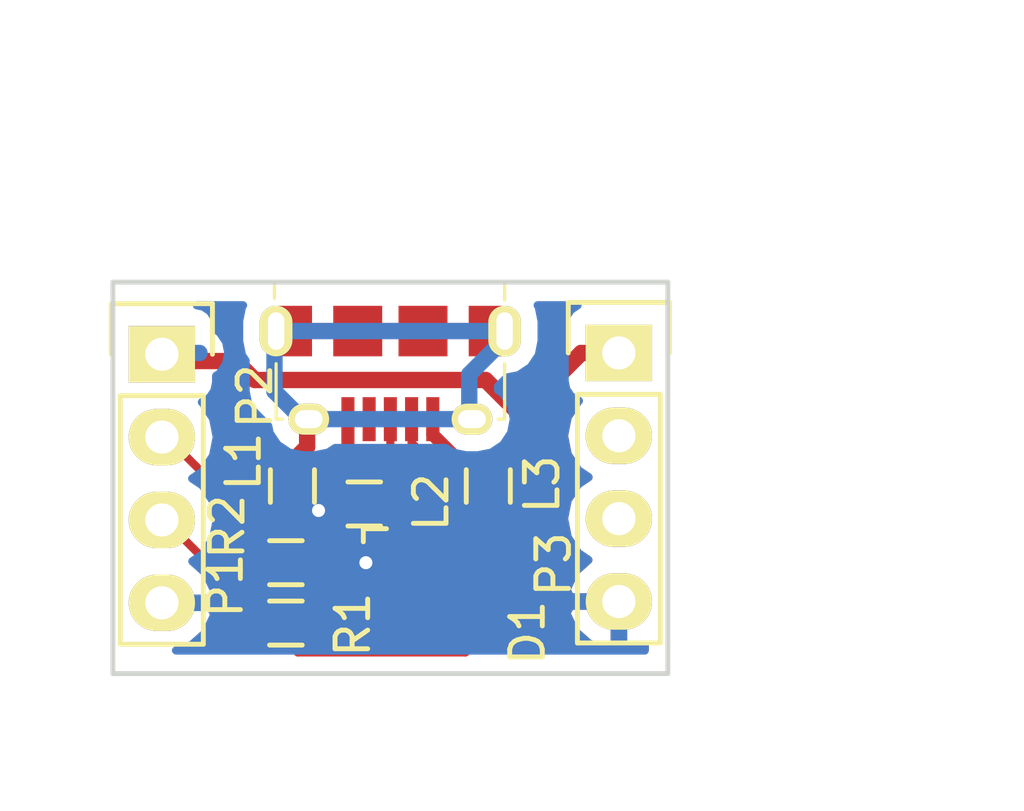
<source format=kicad_pcb>
(kicad_pcb (version 4) (host pcbnew "(2016-01-25 BZR 6514, Git a23e712)-product")

  (general
    (links 23)
    (no_connects 0)
    (area 117.891667 61.075 151.300001 88.200001)
    (thickness 1.6)
    (drawings 11)
    (tracks 76)
    (zones 0)
    (modules 9)
    (nets 10)
  )

  (page A4)
  (layers
    (0 F.Cu signal)
    (31 B.Cu signal)
    (32 B.Adhes user)
    (33 F.Adhes user)
    (34 B.Paste user)
    (35 F.Paste user)
    (36 B.SilkS user)
    (37 F.SilkS user)
    (38 B.Mask user)
    (39 F.Mask user)
    (40 Dwgs.User user)
    (41 Cmts.User user)
    (42 Eco1.User user)
    (43 Eco2.User user)
    (44 Edge.Cuts user)
    (45 Margin user)
    (46 B.CrtYd user)
    (47 F.CrtYd user)
    (48 B.Fab user)
    (49 F.Fab user)
  )

  (setup
    (last_trace_width 0.25)
    (trace_clearance 0.2)
    (zone_clearance 0.508)
    (zone_45_only no)
    (trace_min 0.2)
    (segment_width 0.2)
    (edge_width 0.15)
    (via_size 0.6)
    (via_drill 0.4)
    (via_min_size 0.4)
    (via_min_drill 0.3)
    (uvia_size 0.3)
    (uvia_drill 0.1)
    (uvias_allowed no)
    (uvia_min_size 0.2)
    (uvia_min_drill 0.1)
    (pcb_text_width 0.3)
    (pcb_text_size 1.5 1.5)
    (mod_edge_width 0.15)
    (mod_text_size 1 1)
    (mod_text_width 0.15)
    (pad_size 1.524 1.524)
    (pad_drill 0.762)
    (pad_to_mask_clearance 0.2)
    (aux_axis_origin 130 76)
    (visible_elements FFFFFF7F)
    (pcbplotparams
      (layerselection 0x01030_ffffffff)
      (usegerberextensions false)
      (excludeedgelayer true)
      (linewidth 0.100000)
      (plotframeref false)
      (viasonmask false)
      (mode 1)
      (useauxorigin true)
      (hpglpennumber 1)
      (hpglpenspeed 20)
      (hpglpendiameter 15)
      (hpglpenoverlay 2)
      (psnegative false)
      (psa4output false)
      (plotreference true)
      (plotvalue true)
      (plotinvisibletext false)
      (padsonsilk false)
      (subtractmaskfromsilk false)
      (outputformat 1)
      (mirror false)
      (drillshape 0)
      (scaleselection 1)
      (outputdirectory USB-Board-gerbers))
  )

  (net 0 "")
  (net 1 GND)
  (net 2 "Net-(D1-Pad2)")
  (net 3 "Net-(D1-Pad3)")
  (net 4 VCC)
  (net 5 "Net-(L1-Pad2)")
  (net 6 "Net-(L3-Pad1)")
  (net 7 "Net-(L2-Pad2)")
  (net 8 D-)
  (net 9 D+)

  (net_class Default "This is the default net class."
    (clearance 0.2)
    (trace_width 0.25)
    (via_dia 0.6)
    (via_drill 0.4)
    (uvia_dia 0.3)
    (uvia_drill 0.1)
    (add_net D+)
    (add_net D-)
    (add_net "Net-(D1-Pad2)")
    (add_net "Net-(D1-Pad3)")
    (add_net "Net-(L2-Pad2)")
  )

  (net_class POWER ""
    (clearance 0.2)
    (trace_width 0.5)
    (via_dia 0.6)
    (via_drill 0.4)
    (uvia_dia 0.3)
    (uvia_drill 0.1)
    (add_net GND)
    (add_net "Net-(L1-Pad2)")
    (add_net "Net-(L3-Pad1)")
    (add_net VCC)
  )

  (module Footprints:10118194-001LF (layer F.Cu) (tedit 57593632) (tstamp 57596436)
    (at 130 71.5 180)
    (path /575937C1)
    (fp_text reference P2 (at 4.15 -2 270) (layer F.SilkS)
      (effects (font (size 1 1) (thickness 0.15)))
    )
    (fp_text value USB_OTG (at -16 9.3 180) (layer F.Fab)
      (effects (font (size 1 1) (thickness 0.15)))
    )
    (fp_line (start 3.5 -2.7) (end 3.3 -2.7) (layer F.SilkS) (width 0.1))
    (fp_line (start 3.5 -1) (end 3.5 -2.7) (layer F.SilkS) (width 0.1))
    (fp_line (start 3.55 1.4) (end 3.55 1) (layer F.SilkS) (width 0.1))
    (fp_line (start -3.5 -2.7) (end -3.3 -2.7) (layer F.SilkS) (width 0.1))
    (fp_line (start -3.5 -1) (end -3.5 -2.7) (layer F.SilkS) (width 0.1))
    (fp_line (start -3.5 0.95) (end -3.5 1.4) (layer F.SilkS) (width 0.1))
    (fp_line (start -3.75 2.15) (end -4.15 2.7) (layer F.Fab) (width 0.1))
    (fp_line (start -6.95 1.45) (end 6.7 1.45) (layer F.Fab) (width 0.1))
    (fp_line (start -3.75 2.15) (end -3.75 -3) (layer F.Fab) (width 0.1))
    (fp_line (start 3.75 2.15) (end -3.75 2.15) (layer F.Fab) (width 0.1))
    (fp_line (start 3.75 -3) (end 3.75 2.15) (layer F.Fab) (width 0.1))
    (fp_line (start -3.75 -3) (end 3.75 -3) (layer F.Fab) (width 0.1))
    (fp_line (start 4.15 2.7) (end -4.15 2.7) (layer F.Fab) (width 0.1))
    (fp_line (start 3.75 2.15) (end 4.15 2.7) (layer F.Fab) (width 0.1))
    (pad 1 smd rect (at -1.3 -2.7 180) (size 0.4 1.35) (layers F.Cu F.Paste F.Mask)
      (net 6 "Net-(L3-Pad1)"))
    (pad 2 smd rect (at -0.65 -2.7 180) (size 0.4 1.35) (layers F.Cu F.Paste F.Mask)
      (net 3 "Net-(D1-Pad3)"))
    (pad 3 smd rect (at 0 -2.7 180) (size 0.4 1.35) (layers F.Cu F.Paste F.Mask)
      (net 2 "Net-(D1-Pad2)"))
    (pad 4 smd rect (at 0.65 -2.7 180) (size 0.4 1.35) (layers F.Cu F.Paste F.Mask))
    (pad 5 smd rect (at 1.3 -2.7 180) (size 0.4 1.35) (layers F.Cu F.Paste F.Mask)
      (net 7 "Net-(L2-Pad2)"))
    (pad 6 thru_hole oval (at 3.5 0 180) (size 1 1.55) (drill oval 0.5 1.15) (layers *.Cu *.Mask F.SilkS)
      (net 5 "Net-(L1-Pad2)"))
    (pad 6 thru_hole oval (at -3.5 0 180) (size 1 1.55) (drill oval 0.5 1.15) (layers *.Cu *.Mask F.SilkS)
      (net 5 "Net-(L1-Pad2)"))
    (pad 6 thru_hole oval (at -2.5 -2.7 180) (size 1.25 0.95) (drill oval 0.85 0.55) (layers *.Cu *.Mask F.SilkS)
      (net 5 "Net-(L1-Pad2)"))
    (pad 6 thru_hole oval (at 2.5 -2.7 180) (size 1.25 0.95) (drill oval 0.85 0.55) (layers *.Cu *.Mask F.SilkS)
      (net 5 "Net-(L1-Pad2)"))
    (pad 6 smd rect (at -2.95 0 270) (size 1.55 1.1) (layers F.Cu F.Paste F.Mask)
      (net 5 "Net-(L1-Pad2)"))
    (pad 6 smd rect (at 2.95 0 270) (size 1.55 1.1) (layers F.Cu F.Paste F.Mask)
      (net 5 "Net-(L1-Pad2)"))
    (pad 6 smd rect (at -1 0 270) (size 1.55 1.5) (layers F.Cu F.Paste F.Mask)
      (net 5 "Net-(L1-Pad2)"))
    (pad 6 smd rect (at 1 0 270) (size 1.55 1.5) (layers F.Cu F.Paste F.Mask)
      (net 5 "Net-(L1-Pad2)"))
  )

  (module Footprints:SOT-143 (layer F.Cu) (tedit 54E9244B) (tstamp 575963FD)
    (at 131.45 79.4 270)
    (descr SOT-143)
    (tags SOT-143)
    (path /57593CC3)
    (attr smd)
    (fp_text reference D1 (at 1.35 -2.75 270) (layer F.SilkS)
      (effects (font (size 1 1) (thickness 0.15)))
    )
    (fp_text value CM1293A-02SR (at -0.03048 12 270) (layer F.Fab)
      (effects (font (size 1 1) (thickness 0.15)))
    )
    (fp_line (start -1.5 0.7) (end -1.5 -0.7) (layer F.CrtYd) (width 0.1))
    (fp_line (start 1.5 0.7) (end -1.5 0.7) (layer F.CrtYd) (width 0.1))
    (fp_line (start 1.5 -0.7) (end 1.5 0.7) (layer F.CrtYd) (width 0.1))
    (fp_line (start -1.5 -0.7) (end 1.5 -0.7) (layer F.CrtYd) (width 0.1))
    (fp_line (start -1.8415 1.56972) (end -1.8415 2.27838) (layer F.SilkS) (width 0.15))
    (fp_line (start -1.8415 2.27838) (end -1.44018 2.27838) (layer F.SilkS) (width 0.15))
    (pad 1 smd rect (at -0.76962 1.09982 270) (size 1.19888 1.39954) (layers F.Cu F.Paste F.Mask)
      (net 1 GND))
    (pad 2 smd rect (at 0.94996 1.09982 270) (size 1.00076 1.39954) (layers F.Cu F.Paste F.Mask)
      (net 2 "Net-(D1-Pad2)"))
    (pad 3 smd rect (at 0.94996 -1.09982 270) (size 1.00076 1.39954) (layers F.Cu F.Paste F.Mask)
      (net 3 "Net-(D1-Pad3)"))
    (pad 4 smd rect (at -0.94996 -1.09982 270) (size 1.00076 1.39954) (layers F.Cu F.Paste F.Mask)
      (net 4 VCC))
    (model TO_SOT_Packages_SMD.3dshapes/SOT-143.wrl
      (at (xyz 0 0 0))
      (scale (xyz 1 1 1))
      (rotate (xyz 0 0 0))
    )
  )

  (module Resistors_SMD:R_0603 (layer F.Cu) (tedit 5415CC62) (tstamp 57596403)
    (at 127 76.25 90)
    (descr "Resistor SMD 0603, reflow soldering, Vishay (see dcrcw.pdf)")
    (tags "resistor 0603")
    (path /57593C63)
    (attr smd)
    (fp_text reference L1 (at 0.75 -1.5 90) (layer F.SilkS)
      (effects (font (size 1 1) (thickness 0.15)))
    )
    (fp_text value FB (at 0 1.9 90) (layer F.Fab)
      (effects (font (size 1 1) (thickness 0.15)))
    )
    (fp_line (start -1.3 -0.8) (end 1.3 -0.8) (layer F.CrtYd) (width 0.05))
    (fp_line (start -1.3 0.8) (end 1.3 0.8) (layer F.CrtYd) (width 0.05))
    (fp_line (start -1.3 -0.8) (end -1.3 0.8) (layer F.CrtYd) (width 0.05))
    (fp_line (start 1.3 -0.8) (end 1.3 0.8) (layer F.CrtYd) (width 0.05))
    (fp_line (start 0.5 0.675) (end -0.5 0.675) (layer F.SilkS) (width 0.15))
    (fp_line (start -0.5 -0.675) (end 0.5 -0.675) (layer F.SilkS) (width 0.15))
    (pad 1 smd rect (at -0.75 0 90) (size 0.5 0.9) (layers F.Cu F.Paste F.Mask)
      (net 1 GND))
    (pad 2 smd rect (at 0.75 0 90) (size 0.5 0.9) (layers F.Cu F.Paste F.Mask)
      (net 5 "Net-(L1-Pad2)"))
    (model Resistors_SMD.3dshapes/R_0603.wrl
      (at (xyz 0 0 0))
      (scale (xyz 1 1 1))
      (rotate (xyz 0 0 0))
    )
  )

  (module Resistors_SMD:R_0603 (layer F.Cu) (tedit 5415CC62) (tstamp 5759640F)
    (at 133 76.25 270)
    (descr "Resistor SMD 0603, reflow soldering, Vishay (see dcrcw.pdf)")
    (tags "resistor 0603")
    (path /5759FFD9)
    (attr smd)
    (fp_text reference L3 (at -0.05 -1.65 270) (layer F.SilkS)
      (effects (font (size 1 1) (thickness 0.15)))
    )
    (fp_text value FB (at 0 1.9 270) (layer F.Fab)
      (effects (font (size 1 1) (thickness 0.15)))
    )
    (fp_line (start -1.3 -0.8) (end 1.3 -0.8) (layer F.CrtYd) (width 0.05))
    (fp_line (start -1.3 0.8) (end 1.3 0.8) (layer F.CrtYd) (width 0.05))
    (fp_line (start -1.3 -0.8) (end -1.3 0.8) (layer F.CrtYd) (width 0.05))
    (fp_line (start 1.3 -0.8) (end 1.3 0.8) (layer F.CrtYd) (width 0.05))
    (fp_line (start 0.5 0.675) (end -0.5 0.675) (layer F.SilkS) (width 0.15))
    (fp_line (start -0.5 -0.675) (end 0.5 -0.675) (layer F.SilkS) (width 0.15))
    (pad 1 smd rect (at -0.75 0 270) (size 0.5 0.9) (layers F.Cu F.Paste F.Mask)
      (net 6 "Net-(L3-Pad1)"))
    (pad 2 smd rect (at 0.75 0 270) (size 0.5 0.9) (layers F.Cu F.Paste F.Mask)
      (net 4 VCC))
    (model Resistors_SMD.3dshapes/R_0603.wrl
      (at (xyz 0 0 0))
      (scale (xyz 1 1 1))
      (rotate (xyz 0 0 0))
    )
  )

  (module Pin_Headers:Pin_Header_Straight_1x04 (layer F.Cu) (tedit 0) (tstamp 57596417)
    (at 123 72.21)
    (descr "Through hole pin header")
    (tags "pin header")
    (path /575A0F27)
    (fp_text reference P1 (at 1.95 7.09 90) (layer F.SilkS)
      (effects (font (size 1 1) (thickness 0.15)))
    )
    (fp_text value CONN_01X04 (at 0 -3.1) (layer F.Fab)
      (effects (font (size 1 1) (thickness 0.15)))
    )
    (fp_line (start -1.75 -1.75) (end -1.75 9.4) (layer F.CrtYd) (width 0.05))
    (fp_line (start 1.75 -1.75) (end 1.75 9.4) (layer F.CrtYd) (width 0.05))
    (fp_line (start -1.75 -1.75) (end 1.75 -1.75) (layer F.CrtYd) (width 0.05))
    (fp_line (start -1.75 9.4) (end 1.75 9.4) (layer F.CrtYd) (width 0.05))
    (fp_line (start -1.27 1.27) (end -1.27 8.89) (layer F.SilkS) (width 0.15))
    (fp_line (start 1.27 1.27) (end 1.27 8.89) (layer F.SilkS) (width 0.15))
    (fp_line (start 1.55 -1.55) (end 1.55 0) (layer F.SilkS) (width 0.15))
    (fp_line (start -1.27 8.89) (end 1.27 8.89) (layer F.SilkS) (width 0.15))
    (fp_line (start 1.27 1.27) (end -1.27 1.27) (layer F.SilkS) (width 0.15))
    (fp_line (start -1.55 0) (end -1.55 -1.55) (layer F.SilkS) (width 0.15))
    (fp_line (start -1.55 -1.55) (end 1.55 -1.55) (layer F.SilkS) (width 0.15))
    (pad 1 thru_hole rect (at 0 0) (size 2.032 1.7272) (drill 1.016) (layers *.Cu *.Mask F.SilkS)
      (net 4 VCC))
    (pad 2 thru_hole oval (at 0 2.54) (size 2.032 1.7272) (drill 1.016) (layers *.Cu *.Mask F.SilkS)
      (net 8 D-))
    (pad 3 thru_hole oval (at 0 5.08) (size 2.032 1.7272) (drill 1.016) (layers *.Cu *.Mask F.SilkS)
      (net 9 D+))
    (pad 4 thru_hole oval (at 0 7.62) (size 2.032 1.7272) (drill 1.016) (layers *.Cu *.Mask F.SilkS)
      (net 1 GND))
    (model Pin_Headers.3dshapes/Pin_Header_Straight_1x04.wrl
      (at (xyz 0 -0.15 0))
      (scale (xyz 1 1 1))
      (rotate (xyz 0 0 90))
    )
  )

  (module Pin_Headers:Pin_Header_Straight_1x04 (layer F.Cu) (tedit 0) (tstamp 5759643E)
    (at 137 72.17)
    (descr "Through hole pin header")
    (tags "pin header")
    (path /57593969)
    (fp_text reference P3 (at -2 6.48 90) (layer F.SilkS)
      (effects (font (size 1 1) (thickness 0.15)))
    )
    (fp_text value CONN_01X04 (at 0 -3.1) (layer F.Fab)
      (effects (font (size 1 1) (thickness 0.15)))
    )
    (fp_line (start -1.75 -1.75) (end -1.75 9.4) (layer F.CrtYd) (width 0.05))
    (fp_line (start 1.75 -1.75) (end 1.75 9.4) (layer F.CrtYd) (width 0.05))
    (fp_line (start -1.75 -1.75) (end 1.75 -1.75) (layer F.CrtYd) (width 0.05))
    (fp_line (start -1.75 9.4) (end 1.75 9.4) (layer F.CrtYd) (width 0.05))
    (fp_line (start -1.27 1.27) (end -1.27 8.89) (layer F.SilkS) (width 0.15))
    (fp_line (start 1.27 1.27) (end 1.27 8.89) (layer F.SilkS) (width 0.15))
    (fp_line (start 1.55 -1.55) (end 1.55 0) (layer F.SilkS) (width 0.15))
    (fp_line (start -1.27 8.89) (end 1.27 8.89) (layer F.SilkS) (width 0.15))
    (fp_line (start 1.27 1.27) (end -1.27 1.27) (layer F.SilkS) (width 0.15))
    (fp_line (start -1.55 0) (end -1.55 -1.55) (layer F.SilkS) (width 0.15))
    (fp_line (start -1.55 -1.55) (end 1.55 -1.55) (layer F.SilkS) (width 0.15))
    (pad 1 thru_hole rect (at 0 0) (size 2.032 1.7272) (drill 1.016) (layers *.Cu *.Mask F.SilkS)
      (net 4 VCC))
    (pad 2 thru_hole oval (at 0 2.54) (size 2.032 1.7272) (drill 1.016) (layers *.Cu *.Mask F.SilkS))
    (pad 3 thru_hole oval (at 0 5.08) (size 2.032 1.7272) (drill 1.016) (layers *.Cu *.Mask F.SilkS))
    (pad 4 thru_hole oval (at 0 7.62) (size 2.032 1.7272) (drill 1.016) (layers *.Cu *.Mask F.SilkS)
      (net 1 GND))
    (model Pin_Headers.3dshapes/Pin_Header_Straight_1x04.wrl
      (at (xyz 0 -0.15 0))
      (scale (xyz 1 1 1))
      (rotate (xyz 0 0 90))
    )
  )

  (module Resistors_SMD:R_0603 (layer F.Cu) (tedit 5415CC62) (tstamp 57596444)
    (at 126.8 80.45 180)
    (descr "Resistor SMD 0603, reflow soldering, Vishay (see dcrcw.pdf)")
    (tags "resistor 0603")
    (path /575A1402)
    (attr smd)
    (fp_text reference R1 (at -2.05 -0.05 270) (layer F.SilkS)
      (effects (font (size 1 1) (thickness 0.15)))
    )
    (fp_text value 15 (at 0 1.9 180) (layer F.Fab)
      (effects (font (size 1 1) (thickness 0.15)))
    )
    (fp_line (start -1.3 -0.8) (end 1.3 -0.8) (layer F.CrtYd) (width 0.05))
    (fp_line (start -1.3 0.8) (end 1.3 0.8) (layer F.CrtYd) (width 0.05))
    (fp_line (start -1.3 -0.8) (end -1.3 0.8) (layer F.CrtYd) (width 0.05))
    (fp_line (start 1.3 -0.8) (end 1.3 0.8) (layer F.CrtYd) (width 0.05))
    (fp_line (start 0.5 0.675) (end -0.5 0.675) (layer F.SilkS) (width 0.15))
    (fp_line (start -0.5 -0.675) (end 0.5 -0.675) (layer F.SilkS) (width 0.15))
    (pad 1 smd rect (at -0.75 0 180) (size 0.5 0.9) (layers F.Cu F.Paste F.Mask)
      (net 2 "Net-(D1-Pad2)"))
    (pad 2 smd rect (at 0.75 0 180) (size 0.5 0.9) (layers F.Cu F.Paste F.Mask)
      (net 9 D+))
    (model Resistors_SMD.3dshapes/R_0603.wrl
      (at (xyz 0 0 0))
      (scale (xyz 1 1 1))
      (rotate (xyz 0 0 0))
    )
  )

  (module Resistors_SMD:R_0603 (layer F.Cu) (tedit 5415CC62) (tstamp 5759644A)
    (at 126.8 78.6 180)
    (descr "Resistor SMD 0603, reflow soldering, Vishay (see dcrcw.pdf)")
    (tags "resistor 0603")
    (path /57593A7B)
    (attr smd)
    (fp_text reference R2 (at 1.8 1.1 270) (layer F.SilkS)
      (effects (font (size 1 1) (thickness 0.15)))
    )
    (fp_text value 15 (at 0 1.9 180) (layer F.Fab)
      (effects (font (size 1 1) (thickness 0.15)))
    )
    (fp_line (start -1.3 -0.8) (end 1.3 -0.8) (layer F.CrtYd) (width 0.05))
    (fp_line (start -1.3 0.8) (end 1.3 0.8) (layer F.CrtYd) (width 0.05))
    (fp_line (start -1.3 -0.8) (end -1.3 0.8) (layer F.CrtYd) (width 0.05))
    (fp_line (start 1.3 -0.8) (end 1.3 0.8) (layer F.CrtYd) (width 0.05))
    (fp_line (start 0.5 0.675) (end -0.5 0.675) (layer F.SilkS) (width 0.15))
    (fp_line (start -0.5 -0.675) (end 0.5 -0.675) (layer F.SilkS) (width 0.15))
    (pad 1 smd rect (at -0.75 0 180) (size 0.5 0.9) (layers F.Cu F.Paste F.Mask)
      (net 3 "Net-(D1-Pad3)"))
    (pad 2 smd rect (at 0.75 0 180) (size 0.5 0.9) (layers F.Cu F.Paste F.Mask)
      (net 8 D-))
    (model Resistors_SMD.3dshapes/R_0603.wrl
      (at (xyz 0 0 0))
      (scale (xyz 1 1 1))
      (rotate (xyz 0 0 0))
    )
  )

  (module Resistors_SMD:R_0603 (layer F.Cu) (tedit 5415CC62) (tstamp 57596685)
    (at 129.2 76.8)
    (descr "Resistor SMD 0603, reflow soldering, Vishay (see dcrcw.pdf)")
    (tags "resistor 0603")
    (path /5759FD0A)
    (attr smd)
    (fp_text reference L2 (at 2.05 -0.05 90) (layer F.SilkS)
      (effects (font (size 1 1) (thickness 0.15)))
    )
    (fp_text value FB (at -10 4) (layer F.Fab)
      (effects (font (size 1 1) (thickness 0.15)))
    )
    (fp_line (start -1.3 -0.8) (end 1.3 -0.8) (layer F.CrtYd) (width 0.05))
    (fp_line (start -1.3 0.8) (end 1.3 0.8) (layer F.CrtYd) (width 0.05))
    (fp_line (start -1.3 -0.8) (end -1.3 0.8) (layer F.CrtYd) (width 0.05))
    (fp_line (start 1.3 -0.8) (end 1.3 0.8) (layer F.CrtYd) (width 0.05))
    (fp_line (start 0.5 0.675) (end -0.5 0.675) (layer F.SilkS) (width 0.15))
    (fp_line (start -0.5 -0.675) (end 0.5 -0.675) (layer F.SilkS) (width 0.15))
    (pad 1 smd rect (at -0.75 0) (size 0.5 0.9) (layers F.Cu F.Paste F.Mask)
      (net 1 GND))
    (pad 2 smd rect (at 0.75 0) (size 0.5 0.9) (layers F.Cu F.Paste F.Mask)
      (net 7 "Net-(L2-Pad2)"))
    (model Resistors_SMD.3dshapes/R_0603.wrl
      (at (xyz 0 0 0))
      (scale (xyz 1 1 1))
      (rotate (xyz 0 0 0))
    )
  )

  (gr_line (start 130 69.5) (end 130 83) (layer Eco1.User) (width 0.2))
  (dimension 14 (width 0.2) (layer Eco1.User)
    (gr_text "14.000 mm" (at 130 64.25) (layer Eco1.User)
      (effects (font (size 1.2 1.2) (thickness 0.2)))
    )
    (feature1 (pts (xy 137 69) (xy 137 63.25)))
    (feature2 (pts (xy 123 69) (xy 123 63.25)))
    (crossbar (pts (xy 123 65.25) (xy 137 65.25)))
    (arrow1a (pts (xy 137 65.25) (xy 135.873496 65.836421)))
    (arrow1b (pts (xy 137 65.25) (xy 135.873496 64.663579)))
    (arrow2a (pts (xy 123 65.25) (xy 124.126504 65.836421)))
    (arrow2b (pts (xy 123 65.25) (xy 124.126504 64.663579)))
  )
  (dimension 12 (width 0.2) (layer Eco1.User)
    (gr_text "12.000 mm" (at 146 76 90) (layer Eco1.User) (tstamp 57597FE2)
      (effects (font (size 1.2 1.2) (thickness 0.2)))
    )
    (feature1 (pts (xy 138.5 70) (xy 147 70)))
    (feature2 (pts (xy 138.5 82) (xy 147 82)))
    (crossbar (pts (xy 145 82) (xy 145 70)))
    (arrow1a (pts (xy 145 70) (xy 145.586421 71.126504)))
    (arrow1b (pts (xy 145 70) (xy 144.413579 71.126504)))
    (arrow2a (pts (xy 145 82) (xy 145.586421 80.873496)))
    (arrow2b (pts (xy 145 82) (xy 144.413579 80.873496)))
  )
  (gr_line (start 137 83) (end 137 69) (layer Eco1.User) (width 0.2))
  (dimension 17 (width 0.3) (layer Eco1.User)
    (gr_text "17.000 mm" (at 130 86.85) (layer Eco1.User)
      (effects (font (size 1.5 1.5) (thickness 0.3)))
    )
    (feature1 (pts (xy 138.5 82) (xy 138.5 88.2)))
    (feature2 (pts (xy 121.5 82) (xy 121.5 88.2)))
    (crossbar (pts (xy 121.5 85.5) (xy 138.5 85.5)))
    (arrow1a (pts (xy 138.5 85.5) (xy 137.373496 86.086421)))
    (arrow1b (pts (xy 138.5 85.5) (xy 137.373496 84.913579)))
    (arrow2a (pts (xy 121.5 85.5) (xy 122.626504 86.086421)))
    (arrow2b (pts (xy 121.5 85.5) (xy 122.626504 84.913579)))
  )
  (gr_line (start 123 69) (end 123 83) (layer Eco1.User) (width 0.2))
  (gr_line (start 120 76) (end 139 76) (layer Eco1.User) (width 0.2))
  (gr_line (start 121.5 82) (end 121.5 70) (layer Edge.Cuts) (width 0.15))
  (gr_line (start 138.5 82) (end 121.5 82) (layer Edge.Cuts) (width 0.15))
  (gr_line (start 138.5 70) (end 138.5 82) (layer Edge.Cuts) (width 0.15))
  (gr_line (start 121.5 70) (end 138.5 70) (layer Edge.Cuts) (width 0.15))

  (segment (start 129.25 78.6) (end 130.3198 78.6) (width 0.5) (layer F.Cu) (net 1))
  (segment (start 130.3198 78.6) (end 130.35018 78.63038) (width 0.5) (layer F.Cu) (net 1))
  (segment (start 127.8 77.15) (end 129.25 78.6) (width 0.5) (layer B.Cu) (net 1))
  (via (at 129.25 78.6) (size 0.6) (drill 0.4) (layers F.Cu B.Cu) (net 1))
  (segment (start 127.8 77) (end 127.8 77.15) (width 0.5) (layer B.Cu) (net 1))
  (segment (start 127.8 77) (end 128.25 77) (width 0.5) (layer F.Cu) (net 1))
  (segment (start 127 77) (end 127.8 77) (width 0.5) (layer F.Cu) (net 1))
  (via (at 127.8 77) (size 0.6) (drill 0.4) (layers F.Cu B.Cu) (net 1))
  (segment (start 128.25 77) (end 128.45 76.8) (width 0.5) (layer F.Cu) (net 1))
  (segment (start 130 74.2) (end 130 75.125) (width 0.25) (layer F.Cu) (net 2))
  (segment (start 130 75.125) (end 130.806169 75.931169) (width 0.25) (layer F.Cu) (net 2))
  (segment (start 130.806169 75.931169) (end 130.806169 77.457589) (width 0.25) (layer F.Cu) (net 2))
  (segment (start 130.806169 77.457589) (end 130.623864 77.639894) (width 0.25) (layer F.Cu) (net 2))
  (segment (start 130.623864 77.639894) (end 129.285104 77.639894) (width 0.25) (layer F.Cu) (net 2))
  (segment (start 129.285104 77.639894) (end 128.624999 78.299999) (width 0.25) (layer F.Cu) (net 2))
  (segment (start 128.624999 78.299999) (end 128.624999 78.891978) (width 0.25) (layer F.Cu) (net 2))
  (segment (start 128.624999 78.891978) (end 130.082981 80.34996) (width 0.25) (layer F.Cu) (net 2))
  (segment (start 130.082981 80.34996) (end 130.35018 80.34996) (width 0.25) (layer F.Cu) (net 2))
  (segment (start 130.35018 80.34996) (end 127.65004 80.34996) (width 0.25) (layer F.Cu) (net 2))
  (segment (start 127.65004 80.34996) (end 127.55 80.45) (width 0.25) (layer F.Cu) (net 2))
  (segment (start 130.65 74.2) (end 130.65 74.923559) (width 0.25) (layer F.Cu) (net 3))
  (segment (start 130.65 74.923559) (end 131.477717 75.751276) (width 0.25) (layer F.Cu) (net 3))
  (segment (start 131.477717 75.751276) (end 131.477717 79.477247) (width 0.25) (layer F.Cu) (net 3))
  (segment (start 131.477717 79.477247) (end 132.35043 80.34996) (width 0.25) (layer F.Cu) (net 3))
  (segment (start 132.35043 80.34996) (end 132.54982 80.34996) (width 0.25) (layer F.Cu) (net 3))
  (segment (start 126.9 79.45) (end 126.9 81.085002) (width 0.25) (layer F.Cu) (net 3))
  (segment (start 126.9 81.085002) (end 127.164998 81.35) (width 0.25) (layer F.Cu) (net 3))
  (segment (start 127.164998 81.35) (end 132.30016 81.35) (width 0.25) (layer F.Cu) (net 3))
  (segment (start 132.54982 80.34996) (end 132.54982 81.10034) (width 0.25) (layer F.Cu) (net 3))
  (segment (start 132.54982 81.10034) (end 132.30016 81.35) (width 0.25) (layer F.Cu) (net 3))
  (segment (start 126.9 79.45) (end 127.55 78.8) (width 0.25) (layer F.Cu) (net 3))
  (segment (start 127.55 78.8) (end 127.55 78.6) (width 0.25) (layer F.Cu) (net 3))
  (segment (start 131.95043 80.59996) (end 132.14982 80.59996) (width 0.25) (layer F.Cu) (net 3))
  (segment (start 132.54982 78.45004) (end 132.54982 77.45018) (width 0.5) (layer F.Cu) (net 4))
  (segment (start 132.54982 77.45018) (end 133 77) (width 0.5) (layer F.Cu) (net 4))
  (segment (start 124 72.17) (end 124.1524 72.17) (width 0.5) (layer B.Cu) (net 4))
  (segment (start 134 74.080821) (end 134 74.0176) (width 0.5) (layer F.Cu) (net 4))
  (segment (start 134 74.0176) (end 135.8476 72.17) (width 0.5) (layer F.Cu) (net 4))
  (segment (start 135.8476 72.17) (end 136 72.17) (width 0.5) (layer F.Cu) (net 4))
  (segment (start 134 74.080821) (end 134 76.2) (width 0.5) (layer F.Cu) (net 4))
  (segment (start 134 76.2) (end 133.95 76.25) (width 0.5) (layer F.Cu) (net 4))
  (segment (start 132.919179 73) (end 134 74.080821) (width 0.5) (layer F.Cu) (net 4))
  (segment (start 132.919179 73) (end 125.846 73) (width 0.5) (layer F.Cu) (net 4))
  (segment (start 125.846 73) (end 125.266 72.42) (width 0.5) (layer F.Cu) (net 4))
  (segment (start 125.266 72.42) (end 124 72.42) (width 0.5) (layer F.Cu) (net 4))
  (segment (start 133.2 77) (end 133.95 76.25) (width 0.5) (layer F.Cu) (net 4))
  (segment (start 133.2 77) (end 133 77) (width 0.25) (layer F.Cu) (net 4))
  (segment (start 133.45 71.5) (end 126.45 71.5) (width 0.5) (layer B.Cu) (net 5))
  (segment (start 133.45 71.79072) (end 133.45 71.5) (width 0.5) (layer B.Cu) (net 5))
  (segment (start 132.417127 72.823593) (end 133.45 71.79072) (width 0.5) (layer B.Cu) (net 5))
  (segment (start 126.45 73.35) (end 127.3 74.2) (width 0.5) (layer B.Cu) (net 5))
  (segment (start 126.45 71.5) (end 126.45 73.35) (width 0.5) (layer B.Cu) (net 5))
  (segment (start 132.45 74.2) (end 132.417127 74.167127) (width 0.5) (layer B.Cu) (net 5))
  (segment (start 132.417127 74.167127) (end 132.417127 72.823593) (width 0.5) (layer B.Cu) (net 5))
  (segment (start 127.45 74.2) (end 132.45 74.2) (width 0.5) (layer B.Cu) (net 5))
  (segment (start 127.45 74.2) (end 127.45 75.05) (width 0.5) (layer F.Cu) (net 5))
  (segment (start 127.45 75.05) (end 127 75.5) (width 0.5) (layer F.Cu) (net 5))
  (segment (start 130.95 71.5) (end 133.45 71.5) (width 0.5) (layer F.Cu) (net 5))
  (segment (start 128.95 71.5) (end 130.95 71.5) (width 0.5) (layer F.Cu) (net 5))
  (segment (start 126.45 71.5) (end 128.95 71.5) (width 0.5) (layer F.Cu) (net 5))
  (segment (start 127.3 74.2) (end 127.45 74.2) (width 0.25) (layer B.Cu) (net 5))
  (segment (start 132.075 75.45) (end 132.95 75.45) (width 0.5) (layer F.Cu) (net 6))
  (segment (start 132.95 75.45) (end 133 75.5) (width 0.5) (layer F.Cu) (net 6))
  (segment (start 131.3 74.2) (end 131.3 74.675) (width 0.4) (layer F.Cu) (net 6))
  (segment (start 131.3 74.675) (end 132.075 75.45) (width 0.4) (layer F.Cu) (net 6))
  (segment (start 128.7 75.25) (end 128.7 75.35) (width 0.4) (layer F.Cu) (net 7))
  (segment (start 128.7 75.35) (end 129.95 76.6) (width 0.4) (layer F.Cu) (net 7))
  (segment (start 129.95 76.6) (end 129.95 76.8) (width 0.25) (layer F.Cu) (net 7))
  (segment (start 128.7 74.2) (end 128.7 75) (width 0.4) (layer F.Cu) (net 7))
  (segment (start 128.7 75.25) (end 128.7 75) (width 0.4) (layer F.Cu) (net 7))
  (segment (start 126.05 78.6) (end 126.05 77.6476) (width 0.25) (layer F.Cu) (net 8))
  (segment (start 126.05 77.6476) (end 123.1524 74.75) (width 0.25) (layer F.Cu) (net 8))
  (segment (start 123.1524 74.75) (end 123 74.75) (width 0.25) (layer F.Cu) (net 8))
  (segment (start 126.05 80.45) (end 126.05 80.25) (width 0.25) (layer F.Cu) (net 9))
  (segment (start 126.05 80.25) (end 123.09 77.29) (width 0.25) (layer F.Cu) (net 9))
  (segment (start 123.09 77.29) (end 123 77.29) (width 0.25) (layer F.Cu) (net 9))

  (zone (net 1) (net_name GND) (layer F.Cu) (tstamp 0) (hatch edge 0.508)
    (connect_pads (clearance 0.508))
    (min_thickness 0.254)
    (fill yes (arc_segments 16) (thermal_gap 0.508) (thermal_bridge_width 0.508))
    (polygon
      (pts
        (xy 120.5 69.75) (xy 139.5 69.5) (xy 139.75 82.75) (xy 120.25 82.75)
      )
    )
    (filled_polygon
      (pts
        (xy 135.736235 73.631757) (xy 135.772566 73.638984) (xy 135.755585 73.65033) (xy 135.430729 74.136511) (xy 135.316655 74.71)
        (xy 135.430729 75.283489) (xy 135.755585 75.76967) (xy 136.070366 75.98) (xy 135.755585 76.19033) (xy 135.430729 76.676511)
        (xy 135.316655 77.25) (xy 135.430729 77.823489) (xy 135.755585 78.30967) (xy 136.065069 78.516461) (xy 135.649268 78.887964)
        (xy 135.395291 79.415209) (xy 135.392642 79.430974) (xy 135.513783 79.663) (xy 136.873 79.663) (xy 136.873 79.643)
        (xy 137.127 79.643) (xy 137.127 79.663) (xy 137.147 79.663) (xy 137.147 79.917) (xy 137.127 79.917)
        (xy 137.127 81.130924) (xy 137.361913 81.275184) (xy 137.79 81.125441) (xy 137.79 81.29) (xy 133.719526 81.29)
        (xy 133.847747 81.098105) (xy 133.89703 80.85034) (xy 133.89703 80.149026) (xy 135.392642 80.149026) (xy 135.395291 80.164791)
        (xy 135.649268 80.692036) (xy 136.08568 81.081954) (xy 136.638087 81.275184) (xy 136.873 81.130924) (xy 136.873 79.917)
        (xy 135.513783 79.917) (xy 135.392642 80.149026) (xy 133.89703 80.149026) (xy 133.89703 79.84958) (xy 133.847747 79.601815)
        (xy 133.712897 79.4) (xy 133.847747 79.198185) (xy 133.89703 78.95042) (xy 133.89703 77.94966) (xy 133.855832 77.742539)
        (xy 133.907809 77.707809) (xy 134.048157 77.497765) (xy 134.071582 77.379998) (xy 134.575787 76.875792) (xy 134.57579 76.87579)
        (xy 134.625787 76.825792) (xy 134.62579 76.82579) (xy 134.817633 76.538675) (xy 134.845727 76.39744) (xy 134.885001 76.2)
        (xy 134.885 76.199995) (xy 134.885 74.38418) (xy 135.677001 73.592178)
      )
    )
    (filled_polygon
      (pts
        (xy 123.127 79.703) (xy 123.147 79.703) (xy 123.147 79.957) (xy 123.127 79.957) (xy 123.127 79.977)
        (xy 122.873 79.977) (xy 122.873 79.957) (xy 122.853 79.957) (xy 122.853 79.703) (xy 122.873 79.703)
        (xy 122.873 79.683) (xy 123.127 79.683)
      )
    )
    (filled_polygon
      (pts
        (xy 130.47718 78.50338) (xy 130.49718 78.50338) (xy 130.49718 78.75738) (xy 130.47718 78.75738) (xy 130.47718 78.77738)
        (xy 130.22318 78.77738) (xy 130.22318 78.75738) (xy 130.20318 78.75738) (xy 130.20318 78.50338) (xy 130.22318 78.50338)
        (xy 130.22318 78.48338) (xy 130.47718 78.48338)
      )
    )
    (filled_polygon
      (pts
        (xy 127.127 76.875) (xy 127.147 76.875) (xy 127.147 77.125) (xy 127.127 77.125) (xy 127.127 77.147)
        (xy 126.873 77.147) (xy 126.873 77.125) (xy 126.853 77.125) (xy 126.853 76.875) (xy 126.873 76.875)
        (xy 126.873 76.853) (xy 127.127 76.853)
      )
    )
    (filled_polygon
      (pts
        (xy 128.575 76.673) (xy 128.597 76.673) (xy 128.597 76.927) (xy 128.575 76.927) (xy 128.575 76.947)
        (xy 128.325 76.947) (xy 128.325 76.927) (xy 128.303 76.927) (xy 128.303 76.673) (xy 128.325 76.673)
        (xy 128.325 76.653) (xy 128.575 76.653)
      )
    )
  )
  (zone (net 1) (net_name GND) (layer B.Cu) (tstamp 0) (hatch edge 0.508)
    (connect_pads (clearance 0.508))
    (min_thickness 0.254)
    (fill yes (arc_segments 16) (thermal_gap 0.508) (thermal_bridge_width 0.508))
    (polygon
      (pts
        (xy 120 69.75) (xy 139.5 69.75) (xy 139.5 82.5) (xy 120.5 82.5)
      )
    )
    (filled_polygon
      (pts
        (xy 125.451397 70.76303) (xy 125.365 71.197376) (xy 125.365 71.802624) (xy 125.451397 72.23697) (xy 125.565 72.406989)
        (xy 125.565 73.349995) (xy 125.564999 73.35) (xy 125.621045 73.631757) (xy 125.632367 73.688675) (xy 125.747728 73.861326)
        (xy 125.82421 73.97579) (xy 126.256756 74.408335) (xy 126.299809 74.624779) (xy 126.540426 74.984889) (xy 126.900536 75.225506)
        (xy 127.325315 75.31) (xy 127.674685 75.31) (xy 128.099464 75.225506) (xy 128.309747 75.085) (xy 131.690253 75.085)
        (xy 131.900536 75.225506) (xy 132.325315 75.31) (xy 132.674685 75.31) (xy 133.099464 75.225506) (xy 133.459574 74.984889)
        (xy 133.700191 74.624779) (xy 133.784685 74.2) (xy 133.700191 73.775221) (xy 133.459574 73.415111) (xy 133.302127 73.309909)
        (xy 133.302127 73.190173) (xy 133.568252 72.924048) (xy 133.934346 72.851227) (xy 134.302566 72.60519) (xy 134.548603 72.23697)
        (xy 134.635 71.802624) (xy 134.635 71.197376) (xy 134.548603 70.76303) (xy 134.513169 70.71) (xy 135.733605 70.71)
        (xy 135.526191 70.848591) (xy 135.385843 71.058635) (xy 135.33656 71.3064) (xy 135.33656 73.0336) (xy 135.385843 73.281365)
        (xy 135.526191 73.491409) (xy 135.736235 73.631757) (xy 135.772566 73.638984) (xy 135.755585 73.65033) (xy 135.430729 74.136511)
        (xy 135.316655 74.71) (xy 135.430729 75.283489) (xy 135.755585 75.76967) (xy 136.070366 75.98) (xy 135.755585 76.19033)
        (xy 135.430729 76.676511) (xy 135.316655 77.25) (xy 135.430729 77.823489) (xy 135.755585 78.30967) (xy 136.065069 78.516461)
        (xy 135.649268 78.887964) (xy 135.395291 79.415209) (xy 135.392642 79.430974) (xy 135.513783 79.663) (xy 136.873 79.663)
        (xy 136.873 79.643) (xy 137.127 79.643) (xy 137.127 79.663) (xy 137.147 79.663) (xy 137.147 79.917)
        (xy 137.127 79.917) (xy 137.127 81.130924) (xy 137.361913 81.275184) (xy 137.79 81.125441) (xy 137.79 81.29)
        (xy 123.433909 81.29) (xy 123.91432 81.121954) (xy 124.350732 80.732036) (xy 124.604709 80.204791) (xy 124.607358 80.189026)
        (xy 124.586474 80.149026) (xy 135.392642 80.149026) (xy 135.395291 80.164791) (xy 135.649268 80.692036) (xy 136.08568 81.081954)
        (xy 136.638087 81.275184) (xy 136.873 81.130924) (xy 136.873 79.917) (xy 135.513783 79.917) (xy 135.392642 80.149026)
        (xy 124.586474 80.149026) (xy 124.486217 79.957) (xy 123.127 79.957) (xy 123.127 79.977) (xy 122.873 79.977)
        (xy 122.873 79.957) (xy 122.853 79.957) (xy 122.853 79.703) (xy 122.873 79.703) (xy 122.873 79.683)
        (xy 123.127 79.683) (xy 123.127 79.703) (xy 124.486217 79.703) (xy 124.607358 79.470974) (xy 124.604709 79.455209)
        (xy 124.350732 78.927964) (xy 123.934931 78.556461) (xy 124.244415 78.34967) (xy 124.569271 77.863489) (xy 124.683345 77.29)
        (xy 124.569271 76.716511) (xy 124.244415 76.23033) (xy 123.929634 76.02) (xy 124.244415 75.80967) (xy 124.569271 75.323489)
        (xy 124.683345 74.75) (xy 124.569271 74.176511) (xy 124.244415 73.69033) (xy 124.227434 73.678984) (xy 124.263765 73.671757)
        (xy 124.473809 73.531409) (xy 124.614157 73.321365) (xy 124.66344 73.0736) (xy 124.66344 72.872463) (xy 124.77819 72.79579)
        (xy 124.970033 72.508675) (xy 125.0374 72.17) (xy 124.970033 71.831325) (xy 124.77819 71.54421) (xy 124.66344 71.467537)
        (xy 124.66344 71.3464) (xy 124.614157 71.098635) (xy 124.473809 70.888591) (xy 124.263765 70.748243) (xy 124.071502 70.71)
        (xy 125.486831 70.71)
      )
    )
  )
)

</source>
